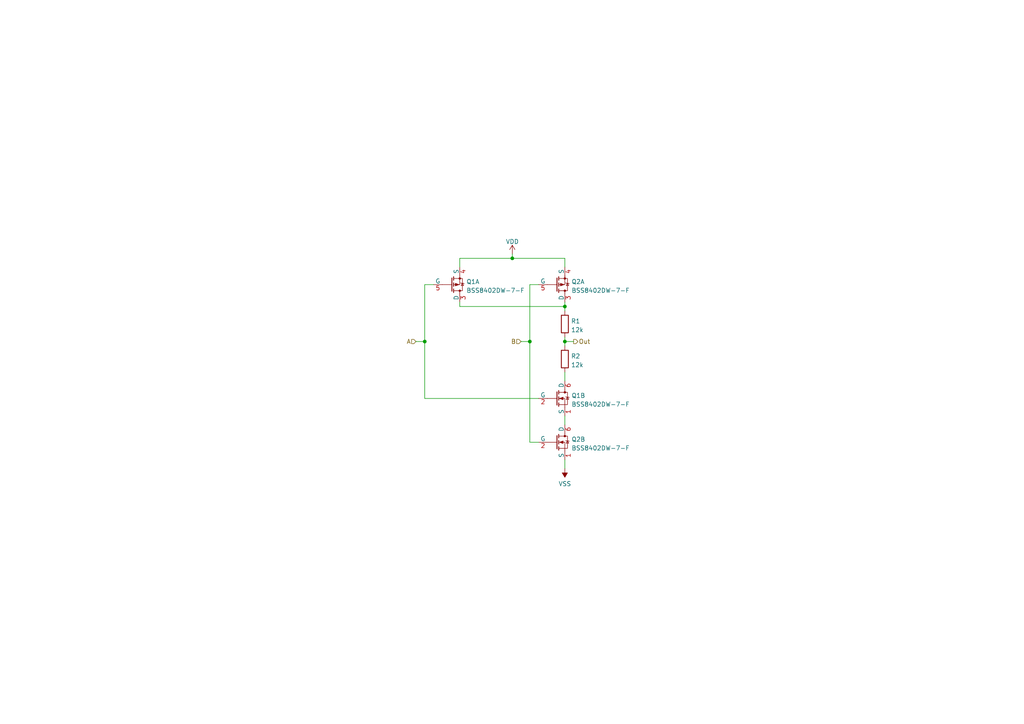
<source format=kicad_sch>
(kicad_sch (version 20211123) (generator eeschema)
  (paper "A4")
  (title_block (title "Balanced Ternary Antimin Gate") (date "2022-08-05") (rev "0"))
  (lib_symbols
    (symbol "Device:R" (pin_numbers hide) (pin_names (offset 0))
      (property "Reference" "R" (at 2.032 0 90))
      (property "Value" "R" (at 0 0 90))
      (symbol "R_0_1"
        (rectangle (start -1.016 -2.54) (end 1.016 2.54) (stroke (width 0.254)))
      )
      (symbol "R_1_1"
        (pin passive line (at 0 3.81 270) (length 1.27) (name "~") (number "1"))
        (pin passive line (at 0 -3.81 90) (length 1.27) (name "~") (number "2"))
      )
    )
    (symbol "Tritium:BSS8402DW-7-F" (pin_names (offset 0))
      (property "Reference" "Q" (at 2.54 1.27 0))
      (property "Value" "BSS8402DW-7-F" (at 2.54 -1.27 0))
      (symbol "BSS8402DW-7-F_0_1"
        (polyline (pts (xy -2.286 -1.905) (xy -2.286 1.905)) (stroke (width 0.254)))
        (polyline (pts (xy -2.286 0) (xy -5.08 0)))
        (polyline (pts (xy -1.778 -2.286) (xy -1.778 -1.27)) (stroke (width 0.254)))
        (polyline (pts (xy -1.778 -0.508) (xy -1.778 0.508)) (stroke (width 0.254)))
        (polyline (pts (xy -1.778 1.27) (xy -1.778 2.286)) (stroke (width 0.254)))
        (polyline (pts (xy 0 2.54) (xy 0 1.778)))
        (polyline (pts (xy -1.778 -1.778) (xy 0.762 -1.778) (xy 0.762 1.778) (xy -1.778 1.778)))
        (polyline (pts (xy 0.254 0.508) (xy 0.381 0.381) (xy 1.143 0.381) (xy 1.27 0.254)))
        (polyline (pts (xy 0.762 0.381) (xy 0.381 -0.254) (xy 1.143 -0.254) (xy 0.762 0.381)))
        (circle (center 0 1.778) (radius 0.254) (fill (type outline)))
      )
      (symbol "BSS8402DW-7-F_1_1"
        (circle (center 0 -1.778) (radius 0.254) (fill (type outline)))
        (polyline (pts (xy 0 -2.54) (xy 0 -1.778)))
        (polyline (pts (xy 0 2.54) (xy 0 0) (xy -1.778 0)))
        (polyline (pts (xy -0.254 0) (xy -1.27 -0.381) (xy -1.27 0.381) (xy -0.254 0)) (fill (type outline)))
        (pin passive line (at 0 -5.08 90) (length 2.54) (name "D") (number "3"))
        (pin passive line (at 0 5.08 270) (length 2.54) (name "S") (number "4"))
        (pin input line (at -7.62 0 0) (length 2.54) (name "G") (number "5"))
      )
      (symbol "BSS8402DW-7-F_2_1"
        (polyline (pts (xy 0 -2.54) (xy 0 0) (xy -1.778 0)))
        (polyline (pts (xy -1.524 0) (xy -0.508 0.381) (xy -0.508 -0.381) (xy -1.524 0)) (fill (type outline)))
        (pin passive line (at 0 -5.08 90) (length 2.54) (name "S") (number "1"))
        (pin input line (at -7.62 0 0) (length 2.54) (name "G") (number "2"))
        (pin passive line (at 0 5.08 270) (length 2.54) (name "D") (number "6"))
      )
    )
    (symbol "power:VDD" (power) (pin_names (offset 0))
      (property "Value" "VDD" (at 0 3.81 0))
      (symbol "VDD_0_1"
        (polyline (pts (xy -0.762 1.27) (xy 0 2.54)))
        (polyline (pts (xy 0 0) (xy 0 2.54)))
        (polyline (pts (xy 0 2.54) (xy 0.762 1.27)))
      )
      (symbol "VDD_1_1"
        (pin power_in line (at 0 0 90) (length 0) hide (name "VDD") (number "1"))
      )
    )
    (symbol "power:VSS" (power) (pin_names (offset 0))
      (property "Value" "VSS" (at 0 3.81 0))
      (symbol "VSS_0_1"
        (polyline (pts (xy 0 0) (xy 0 2.54)))
        (polyline (pts (xy 0.762 1.27) (xy -0.762 1.27) (xy 0 2.54) (xy 0.762 1.27)) (fill (type outline)))
      )
      (symbol "VSS_1_1"
        (pin power_in line (at 0 0 90) (length 0) hide (name "VSS") (number "1"))
      )
    )
  )
  (junction (at 163.83 88.9))
  (junction (at 153.67 99.06))
  (junction (at 123.19 99.06))
  (junction (at 163.83 99.06))
  (junction (at 148.59 74.93))
  (wire (pts (xy 123.19 99.06) (xy 123.19 115.57)))
  (wire (pts (xy 133.35 87.63) (xy 133.35 88.9)))
  (wire (pts (xy 163.83 120.65) (xy 163.83 123.19)))
  (wire (pts (xy 123.19 82.55) (xy 123.19 99.06)))
  (wire (pts (xy 123.19 115.57) (xy 156.21 115.57)))
  (wire (pts (xy 163.83 97.79) (xy 163.83 99.06)))
  (wire (pts (xy 153.67 99.06) (xy 153.67 128.27)))
  (wire (pts (xy 163.83 99.06) (xy 166.37 99.06)))
  (wire (pts (xy 163.83 107.95) (xy 163.83 110.49)))
  (wire (pts (xy 120.65 99.06) (xy 123.19 99.06)))
  (wire (pts (xy 133.35 77.47) (xy 133.35 74.93)))
  (wire (pts (xy 148.59 74.93) (xy 163.83 74.93)))
  (wire (pts (xy 163.83 87.63) (xy 163.83 88.9)))
  (wire (pts (xy 163.83 133.35) (xy 163.83 135.89)))
  (wire (pts (xy 163.83 74.93) (xy 163.83 77.47)))
  (wire (pts (xy 148.59 73.66) (xy 148.59 74.93)))
  (wire (pts (xy 163.83 99.06) (xy 163.83 100.33)))
  (wire (pts (xy 153.67 128.27) (xy 156.21 128.27)))
  (wire (pts (xy 156.21 82.55) (xy 153.67 82.55)))
  (wire (pts (xy 163.83 88.9) (xy 163.83 90.17)))
  (wire (pts (xy 151.13 99.06) (xy 153.67 99.06)))
  (wire (pts (xy 133.35 88.9) (xy 163.83 88.9)))
  (wire (pts (xy 133.35 74.93) (xy 148.59 74.93)))
  (wire (pts (xy 153.67 82.55) (xy 153.67 99.06)))
  (wire (pts (xy 125.73 82.55) (xy 123.19 82.55)))
  (hierarchical_label "Out" (shape output) (at 166.37 99.06 0))
  (hierarchical_label "A" (shape input) (at 120.65 99.06 180))
  (hierarchical_label "B" (shape input) (at 151.13 99.06 180))
  (symbol (lib_id "Device:R") (at 163.83 93.98 0) (unit 1)
    (property "Reference" "R1" (at 165.608 93.1453 0) (effects (justify left)))
    (property "Value" "12k" (at 165.608 95.6822 0) (effects (justify left)))
    (property "Footprint" "Resistor_SMD:R_0603_1608Metric_Pad0.98x0.95mm_HandSolder" (effects hide))
  )
  (symbol (lib_id "Tritium:BSS8402DW-7-F") (at 163.83 115.57 0) (unit 2)
    (property "Reference" "Q1" (at 165.735 114.7353 0) (effects (justify left)))
    (property "Value" "BSS8402DW-7-F" (at 165.735 117.2722 0) (effects (justify left)))
    (property "Footprint" "Package_TO_SOT_SMD:SOT-363_SC-70-6_Handsoldering" (effects hide))
    (property "Datasheet" "https://www.diodes.com/assets/Datasheets/ds30380.pdf" (effects hide))
    (property "Spice_Primitive" "X" (effects hide))
    (property "Spice_Model" "BSS8402DW" (effects hide))
    (property "Spice_Netlist_Enabled" "Y" (effects hide))
    (property "Spice_Lib_File" "/lab/dev/tritium/library/TritiumSpice.lib" (effects hide))
  )
  (symbol (lib_id "Tritium:BSS8402DW-7-F") (at 163.83 82.55 0) (unit 1)
    (property "Reference" "Q2" (at 165.735 81.7153 0) (effects (justify left)))
    (property "Value" "BSS8402DW-7-F" (at 165.735 84.2522 0) (effects (justify left)))
    (property "Footprint" "Package_TO_SOT_SMD:SOT-363_SC-70-6_Handsoldering" (effects hide))
    (property "Datasheet" "https://www.diodes.com/assets/Datasheets/ds30380.pdf" (effects hide))
    (property "Spice_Primitive" "X" (effects hide))
    (property "Spice_Model" "BSS8402DW" (effects hide))
    (property "Spice_Netlist_Enabled" "Y" (effects hide))
    (property "Spice_Lib_File" "/lab/dev/tritium/library/TritiumSpice.lib" (effects hide))
  )
  (symbol (lib_id "power:VDD") (at 148.59 73.66 0) (unit 1)
    (property "Reference" "#PWR01" (effects hide))
    (property "Value" "VDD" (at 148.59 70.0842 0))
  )
  (symbol (lib_id "Tritium:BSS8402DW-7-F") (at 163.83 128.27 0) (unit 2)
    (property "Reference" "Q2" (at 165.735 127.4353 0) (effects (justify left)))
    (property "Value" "BSS8402DW-7-F" (at 165.735 129.9722 0) (effects (justify left)))
    (property "Footprint" "Package_TO_SOT_SMD:SOT-363_SC-70-6_Handsoldering" (effects hide))
    (property "Datasheet" "https://www.diodes.com/assets/Datasheets/ds30380.pdf" (effects hide))
    (property "Spice_Primitive" "X" (effects hide))
    (property "Spice_Model" "BSS8402DW" (effects hide))
    (property "Spice_Netlist_Enabled" "Y" (effects hide))
    (property "Spice_Lib_File" "/lab/dev/tritium/library/TritiumSpice.lib" (effects hide))
  )
  (symbol (lib_id "Device:R") (at 163.83 104.14 0) (unit 1)
    (property "Reference" "R2" (at 165.608 103.3053 0) (effects (justify left)))
    (property "Value" "12k" (at 165.608 105.8422 0) (effects (justify left)))
    (property "Footprint" "Resistor_SMD:R_0603_1608Metric_Pad0.98x0.95mm_HandSolder" (effects hide))
  )
  (symbol (lib_id "Tritium:BSS8402DW-7-F") (at 133.35 82.55 0) (unit 1)
    (property "Reference" "Q1" (at 135.255 81.7153 0) (effects (justify left)))
    (property "Value" "BSS8402DW-7-F" (at 135.255 84.2522 0) (effects (justify left)))
    (property "Footprint" "Package_TO_SOT_SMD:SOT-363_SC-70-6_Handsoldering" (effects hide))
    (property "Datasheet" "https://www.diodes.com/assets/Datasheets/ds30380.pdf" (effects hide))
    (property "Spice_Primitive" "X" (effects hide))
    (property "Spice_Model" "BSS8402DW" (effects hide))
    (property "Spice_Netlist_Enabled" "Y" (effects hide))
    (property "Spice_Lib_File" "/lab/dev/tritium/library/TritiumSpice.lib" (effects hide))
  )
  (symbol (lib_id "power:VSS") (at 163.83 135.89 180) (unit 1)
    (property "Reference" "#PWR02" (effects hide))
    (property "Value" "VSS" (at 163.83 140.3334 0))
  )
)
</source>
